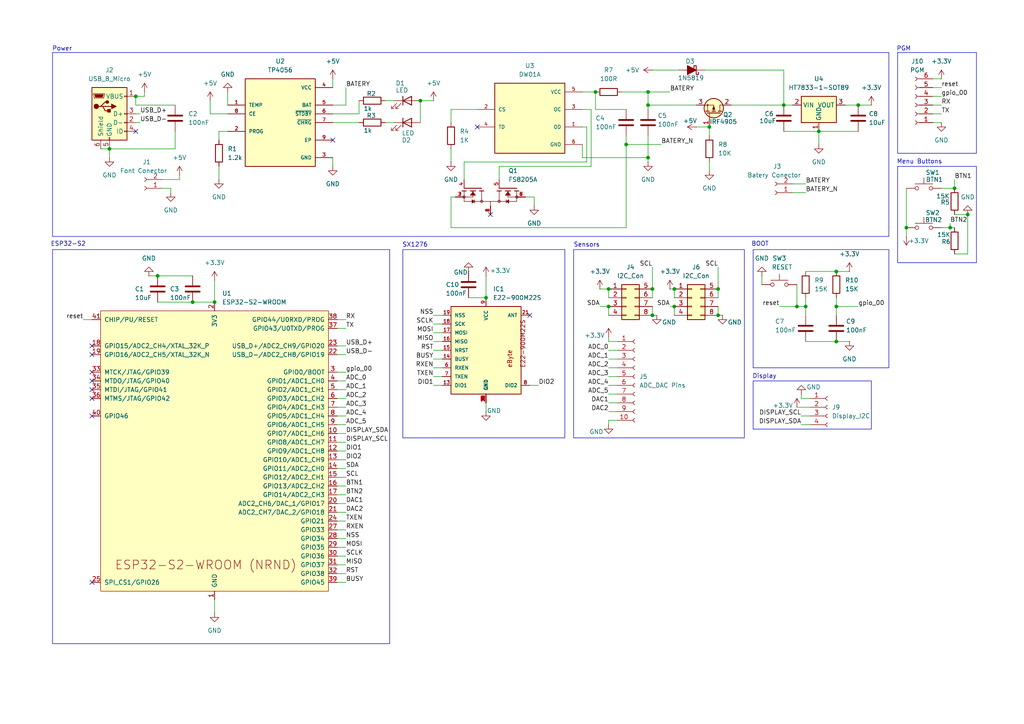
<source format=kicad_sch>
(kicad_sch (version 20231120) (generator "eeschema") (generator_version "8.0")
  (paper "A4")
  (title_block (title "Estação Metereologica LoRaWAN | Colubris") (date "2024-03-24") (rev "v1.0") (company "Julio Nunes Avelar | Embarcações"))
  (junction (at 176.53 83.82))
  (junction (at 187.96 30.48))
  (junction (at 187.96 45.72))
  (junction (at 189.23 91.44))
  (junction (at 208.28 91.44))
  (junction (at 121.92 29.21))
  (junction (at 208.28 83.82))
  (junction (at 62.23 87.63))
  (junction (at 31.75 43.18))
  (junction (at 55.88 87.63))
  (junction (at 187.96 26.67))
  (junction (at 275.59 66.04))
  (junction (at 227.33 30.48))
  (junction (at 195.58 83.82))
  (junction (at 140.97 86.36))
  (junction (at 280.67 62.23))
  (junction (at 189.23 83.82))
  (junction (at 45.72 80.01))
  (junction (at 242.57 88.9))
  (junction (at 181.61 41.91))
  (junction (at 233.68 88.9))
  (junction (at 176.53 88.9))
  (junction (at 237.49 38.1))
  (junction (at 242.57 99.06))
  (junction (at 276.86 54.61))
  (junction (at 172.72 26.67))
  (junction (at 39.37 27.94))
  (junction (at 242.57 78.74))
  (junction (at 248.92 30.48))
  (junction (at 195.58 88.9))
  (junction (at 262.89 66.04))
  (junction (at 205.74 36.83))
  (junction (at 231.14 88.9))
  (no_connect (at 138.43 36.83))
  (no_connect (at 153.67 91.44))
  (no_connect (at 26.67 107.95))
  (no_connect (at 96.52 40.64))
  (no_connect (at 142.24 62.23))
  (no_connect (at 39.37 38.1))
  (no_connect (at 26.67 115.57))
  (no_connect (at 26.67 102.87))
  (no_connect (at 26.67 120.65))
  (no_connect (at 26.67 110.49))
  (no_connect (at 26.67 113.03))
  (no_connect (at 26.67 100.33))
  (no_connect (at 26.67 168.91))
  (wire (pts (xy 140.97 116.84) (xy 140.97 119.38)))
  (wire (pts (xy 275.59 64.77) (xy 275.59 66.04)))
  (wire (pts (xy 242.57 86.36) (xy 242.57 88.9)))
  (wire (pts (xy 97.79 158.75) (xy 100.33 158.75)))
  (wire (pts (xy 135.89 86.36) (xy 140.97 86.36)))
  (wire (pts (xy 187.96 26.67) (xy 194.31 26.67)))
  (wire (pts (xy 170.18 46.99) (xy 134.62 46.99)))
  (wire (pts (xy 46.99 52.07) (xy 52.07 52.07)))
  (wire (pts (xy 39.37 33.02) (xy 40.64 33.02)))
  (wire (pts (xy 171.45 31.75) (xy 168.91 31.75)))
  (wire (pts (xy 201.93 30.48) (xy 187.96 30.48)))
  (wire (pts (xy 97.79 102.87) (xy 100.33 102.87)))
  (wire (pts (xy 97.79 163.83) (xy 100.33 163.83)))
  (wire (pts (xy 232.41 115.57) (xy 234.95 115.57)))
  (wire (pts (xy 227.33 30.48) (xy 229.87 30.48)))
  (wire (pts (xy 208.28 83.82) (xy 208.28 86.36)))
  (wire (pts (xy 97.79 166.37) (xy 100.33 166.37)))
  (wire (pts (xy 273.05 54.61) (xy 276.86 54.61)))
  (wire (pts (xy 97.79 140.97) (xy 100.33 140.97)))
  (wire (pts (xy 270.51 30.48) (xy 273.05 30.48)))
  (wire (pts (xy 50.8 38.1) (xy 50.8 43.18)))
  (wire (pts (xy 176.53 99.06) (xy 179.07 99.06)))
  (wire (pts (xy 97.79 156.21) (xy 100.33 156.21)))
  (wire (pts (xy 270.51 25.4) (xy 273.05 25.4)))
  (wire (pts (xy 245.11 30.48) (xy 248.92 30.48)))
  (wire (pts (xy 273.05 66.04) (xy 275.59 66.04)))
  (wire (pts (xy 125.73 109.22) (xy 128.27 109.22)))
  (wire (pts (xy 104.14 33.02) (xy 104.14 29.21)))
  (wire (pts (xy 262.89 66.04) (xy 262.89 68.58)))
  (wire (pts (xy 270.51 22.86) (xy 273.05 22.86)))
  (wire (pts (xy 96.52 35.56) (xy 104.14 35.56)))
  (wire (pts (xy 187.96 45.72) (xy 187.96 46.99)))
  (wire (pts (xy 97.79 120.65) (xy 100.33 120.65)))
  (wire (pts (xy 97.79 110.49) (xy 100.33 110.49)))
  (wire (pts (xy 97.79 153.67) (xy 100.33 153.67)))
  (wire (pts (xy 231.14 88.9) (xy 233.68 88.9)))
  (wire (pts (xy 232.41 114.3) (xy 232.41 115.57)))
  (wire (pts (xy 125.73 91.44) (xy 128.27 91.44)))
  (wire (pts (xy 97.79 125.73) (xy 100.33 125.73)))
  (wire (pts (xy 60.96 29.21) (xy 60.96 33.02)))
  (wire (pts (xy 97.79 151.13) (xy 100.33 151.13)))
  (wire (pts (xy 97.79 130.81) (xy 100.33 130.81)))
  (wire (pts (xy 232.41 123.19) (xy 234.95 123.19)))
  (wire (pts (xy 62.23 81.28) (xy 62.23 87.63)))
  (wire (pts (xy 49.53 54.61) (xy 49.53 55.88)))
  (wire (pts (xy 97.79 107.95) (xy 100.33 107.95)))
  (wire (pts (xy 168.91 26.67) (xy 172.72 26.67)))
  (wire (pts (xy 66.04 26.67) (xy 66.04 30.48)))
  (wire (pts (xy 97.79 148.59) (xy 100.33 148.59)))
  (wire (pts (xy 189.23 77.47) (xy 189.23 83.82)))
  (wire (pts (xy 242.57 88.9) (xy 242.57 91.44)))
  (wire (pts (xy 97.79 128.27) (xy 100.33 128.27)))
  (wire (pts (xy 176.53 116.84) (xy 179.07 116.84)))
  (wire (pts (xy 176.53 104.14) (xy 179.07 104.14)))
  (wire (pts (xy 171.45 48.26) (xy 171.45 31.75)))
  (wire (pts (xy 125.73 101.6) (xy 128.27 101.6)))
  (wire (pts (xy 248.92 88.9) (xy 242.57 88.9)))
  (wire (pts (xy 125.73 111.76) (xy 128.27 111.76)))
  (wire (pts (xy 176.53 88.9) (xy 176.53 91.44)))
  (wire (pts (xy 229.87 53.34) (xy 233.68 53.34)))
  (wire (pts (xy 176.53 114.3) (xy 179.07 114.3)))
  (wire (pts (xy 212.09 30.48) (xy 227.33 30.48)))
  (wire (pts (xy 125.73 96.52) (xy 128.27 96.52)))
  (wire (pts (xy 231.14 118.11) (xy 234.95 118.11)))
  (wire (pts (xy 233.68 99.06) (xy 242.57 99.06)))
  (wire (pts (xy 176.53 111.76) (xy 179.07 111.76)))
  (wire (pts (xy 134.62 46.99) (xy 134.62 52.07)))
  (wire (pts (xy 208.28 77.47) (xy 208.28 83.82)))
  (wire (pts (xy 125.73 106.68) (xy 128.27 106.68)))
  (wire (pts (xy 97.79 113.03) (xy 100.33 113.03)))
  (wire (pts (xy 96.52 22.86) (xy 96.52 25.4)))
  (wire (pts (xy 176.53 109.22) (xy 179.07 109.22)))
  (wire (pts (xy 97.79 146.05) (xy 100.33 146.05)))
  (wire (pts (xy 130.81 66.04) (xy 181.61 66.04)))
  (wire (pts (xy 181.61 39.37) (xy 181.61 41.91)))
  (wire (pts (xy 194.31 88.9) (xy 195.58 88.9)))
  (wire (pts (xy 97.79 118.11) (xy 100.33 118.11)))
  (wire (pts (xy 176.53 83.82) (xy 176.53 86.36)))
  (wire (pts (xy 130.81 57.15) (xy 130.81 66.04)))
  (wire (pts (xy 229.87 55.88) (xy 233.68 55.88)))
  (wire (pts (xy 176.53 101.6) (xy 179.07 101.6)))
  (wire (pts (xy 195.58 83.82) (xy 195.58 86.36)))
  (wire (pts (xy 46.99 54.61) (xy 49.53 54.61)))
  (wire (pts (xy 173.99 88.9) (xy 176.53 88.9)))
  (wire (pts (xy 153.67 111.76) (xy 156.21 111.76)))
  (wire (pts (xy 63.5 40.64) (xy 63.5 38.1)))
  (wire (pts (xy 62.23 173.99) (xy 62.23 177.8)))
  (wire (pts (xy 205.74 36.83) (xy 205.74 39.37)))
  (wire (pts (xy 125.73 93.98) (xy 128.27 93.98)))
  (wire (pts (xy 50.8 30.48) (xy 39.37 30.48)))
  (wire (pts (xy 45.72 87.63) (xy 55.88 87.63)))
  (wire (pts (xy 270.51 27.94) (xy 273.05 27.94)))
  (wire (pts (xy 43.18 80.01) (xy 45.72 80.01)))
  (wire (pts (xy 248.92 30.48) (xy 252.73 30.48)))
  (wire (pts (xy 227.33 20.32) (xy 227.33 30.48)))
  (wire (pts (xy 168.91 41.91) (xy 168.91 45.72)))
  (wire (pts (xy 31.75 43.18) (xy 31.75 45.72)))
  (wire (pts (xy 170.18 36.83) (xy 170.18 46.99)))
  (wire (pts (xy 97.79 168.91) (xy 100.33 168.91)))
  (wire (pts (xy 276.86 62.23) (xy 280.67 62.23)))
  (wire (pts (xy 181.61 41.91) (xy 181.61 66.04)))
  (wire (pts (xy 121.92 29.21) (xy 125.73 29.21)))
  (wire (pts (xy 194.31 83.82) (xy 195.58 83.82)))
  (wire (pts (xy 63.5 48.26) (xy 63.5 52.07)))
  (wire (pts (xy 176.53 119.38) (xy 179.07 119.38)))
  (wire (pts (xy 97.79 95.25) (xy 100.33 95.25)))
  (wire (pts (xy 176.53 106.68) (xy 179.07 106.68)))
  (wire (pts (xy 276.86 52.07) (xy 276.86 54.61)))
  (wire (pts (xy 242.57 99.06) (xy 246.38 99.06)))
  (wire (pts (xy 189.23 88.9) (xy 189.23 91.44)))
  (wire (pts (xy 97.79 123.19) (xy 100.33 123.19)))
  (wire (pts (xy 130.81 31.75) (xy 138.43 31.75)))
  (wire (pts (xy 187.96 26.67) (xy 180.34 26.67)))
  (wire (pts (xy 144.78 52.07) (xy 144.78 48.26)))
  (wire (pts (xy 24.13 92.71) (xy 26.67 92.71)))
  (wire (pts (xy 60.96 33.02) (xy 66.04 33.02)))
  (wire (pts (xy 63.5 38.1) (xy 66.04 38.1)))
  (wire (pts (xy 220.98 80.01) (xy 220.98 82.55)))
  (wire (pts (xy 132.08 57.15) (xy 130.81 57.15)))
  (wire (pts (xy 29.21 43.18) (xy 31.75 43.18)))
  (wire (pts (xy 205.74 46.99) (xy 205.74 49.53)))
  (wire (pts (xy 41.91 26.67) (xy 41.91 27.94)))
  (wire (pts (xy 97.79 115.57) (xy 100.33 115.57)))
  (wire (pts (xy 130.81 35.56) (xy 130.81 31.75)))
  (wire (pts (xy 204.47 20.32) (xy 227.33 20.32)))
  (wire (pts (xy 187.96 30.48) (xy 187.96 31.75)))
  (wire (pts (xy 262.89 54.61) (xy 262.89 66.04)))
  (wire (pts (xy 187.96 26.67) (xy 187.96 30.48)))
  (wire (pts (xy 231.14 82.55) (xy 231.14 88.9)))
  (wire (pts (xy 233.68 78.74) (xy 242.57 78.74)))
  (wire (pts (xy 280.67 73.66) (xy 280.67 62.23)))
  (wire (pts (xy 111.76 35.56) (xy 114.3 35.56)))
  (wire (pts (xy 140.97 80.01) (xy 140.97 86.36)))
  (wire (pts (xy 154.94 57.15) (xy 152.4 57.15)))
  (wire (pts (xy 195.58 88.9) (xy 195.58 91.44)))
  (wire (pts (xy 189.23 91.44) (xy 190.5 91.44)))
  (wire (pts (xy 144.78 48.26) (xy 171.45 48.26)))
  (wire (pts (xy 270.51 33.02) (xy 273.05 33.02)))
  (wire (pts (xy 168.91 45.72) (xy 187.96 45.72)))
  (wire (pts (xy 96.52 30.48) (xy 100.33 30.48)))
  (wire (pts (xy 97.79 138.43) (xy 100.33 138.43)))
  (wire (pts (xy 208.28 88.9) (xy 208.28 91.44)))
  (wire (pts (xy 39.37 30.48) (xy 39.37 27.94)))
  (wire (pts (xy 276.86 73.66) (xy 280.67 73.66)))
  (wire (pts (xy 97.79 161.29) (xy 100.33 161.29)))
  (wire (pts (xy 97.79 143.51) (xy 100.33 143.51)))
  (wire (pts (xy 208.28 91.44) (xy 209.55 91.44)))
  (wire (pts (xy 189.23 83.82) (xy 189.23 86.36)))
  (wire (pts (xy 191.77 41.91) (xy 181.61 41.91)))
  (wire (pts (xy 275.59 66.04) (xy 276.86 66.04)))
  (wire (pts (xy 97.79 135.89) (xy 100.33 135.89)))
  (wire (pts (xy 172.72 31.75) (xy 172.72 26.67)))
  (wire (pts (xy 270.51 35.56) (xy 273.05 35.56)))
  (wire (pts (xy 237.49 38.1) (xy 248.92 38.1)))
  (wire (pts (xy 176.53 123.19) (xy 176.53 121.92)))
  (wire (pts (xy 45.72 80.01) (xy 55.88 80.01)))
  (wire (pts (xy 176.53 97.79) (xy 176.53 99.06)))
  (wire (pts (xy 201.93 36.83) (xy 205.74 36.83)))
  (wire (pts (xy 52.07 52.07) (xy 52.07 50.8)))
  (wire (pts (xy 31.75 43.18) (xy 50.8 43.18)))
  (wire (pts (xy 96.52 33.02) (xy 104.14 33.02)))
  (wire (pts (xy 173.99 83.82) (xy 176.53 83.82)))
  (wire (pts (xy 237.49 38.1) (xy 237.49 41.91)))
  (wire (pts (xy 168.91 36.83) (xy 170.18 36.83)))
  (wire (pts (xy 100.33 30.48) (xy 100.33 25.4)))
  (wire (pts (xy 97.79 133.35) (xy 100.33 133.35)))
  (wire (pts (xy 125.73 104.14) (xy 128.27 104.14)))
  (wire (pts (xy 97.79 100.33) (xy 100.33 100.33)))
  (wire (pts (xy 242.57 78.74) (xy 246.38 78.74)))
  (wire (pts (xy 233.68 86.36) (xy 233.68 88.9)))
  (wire (pts (xy 226.06 88.9) (xy 231.14 88.9)))
  (wire (pts (xy 41.91 27.94) (xy 39.37 27.94)))
  (wire (pts (xy 39.37 35.56) (xy 40.64 35.56)))
  (wire (pts (xy 189.23 20.32) (xy 196.85 20.32)))
  (wire (pts (xy 111.76 29.21) (xy 114.3 29.21)))
  (wire (pts (xy 130.81 43.18) (xy 130.81 46.99)))
  (wire (pts (xy 176.53 121.92) (xy 179.07 121.92)))
  (wire (pts (xy 187.96 39.37) (xy 187.96 45.72)))
  (wire (pts (xy 55.88 87.63) (xy 62.23 87.63)))
  (wire (pts (xy 232.41 120.65) (xy 234.95 120.65)))
  (wire (pts (xy 154.94 59.69) (xy 154.94 57.15)))
  (wire (pts (xy 181.61 31.75) (xy 172.72 31.75)))
  (wire (pts (xy 233.68 88.9) (xy 233.68 91.44)))
  (wire (pts (xy 125.73 99.06) (xy 128.27 99.06)))
  (wire (pts (xy 96.52 45.72) (xy 96.52 48.26)))
  (wire (pts (xy 97.79 92.71) (xy 100.33 92.71)))
  (wire (pts (xy 121.92 29.21) (xy 121.92 35.56)))
  (wire (pts (xy 227.33 38.1) (xy 237.49 38.1)))
  (rectangle (start 260.35 48.26) (end 283.21 76.2))
  (rectangle (start 218.44 72.39) (end 257.81 106.68))
  (rectangle (start 166.37 72.39) (end 215.9 127))
  (rectangle (start 15.24 15.24) (end 257.81 68.58))
  (rectangle (start 218.44 110.49) (end 252.73 124.46))
  (rectangle (start 15.24 72.39) (end 113.03 186.69))
  (rectangle (start 116.84 72.39) (end 163.83 127))
  (rectangle (start 260.35 15.24) (end 283.21 44.45))
  (text "SX1276" (at 120.396 71.12 0) (effects (font (size 1.27 1.27))))
  (text "Menu Buttons" (at 266.7 46.99 0) (effects (font (size 1.27 1.27))))
  (text "ESP32-S2" (at 19.812 70.866 0) (effects (font (size 1.27 1.27))))
  (text "BOOT" (at 220.472 70.866 0) (effects (font (size 1.27 1.27))))
  (text "PGM" (at 262.128 14.224 0) (effects (font (size 1.27 1.27))))
  (text "Power" (at 18.034 14.224 0) (effects (font (size 1.27 1.27))))
  (text "Display\n" (at 221.742 109.22 0) (effects (font (size 1.27 1.27))))
  (text "Sensors" (at 170.18 71.12 0) (effects (font (size 1.27 1.27))))
  (label "reset" (at 226.06 88.9 180))
  (label "ADC_2" (at 176.53 106.68 180))
  (label "DAC2" (at 100.33 148.59 0))
  (label "RXEN" (at 100.33 153.67 0))
  (label "SCL" (at 208.28 77.47 180))
  (label "MOSI" (at 125.73 96.52 180))
  (label "ADC_5" (at 100.33 123.19 0))
  (label "TXEN" (at 100.33 151.13 0))
  (label "BATERY_N" (at 191.77 41.91 0))
  (label "reset" (at 24.13 92.71 180))
  (label "SCLK" (at 100.33 161.29 0))
  (label "BATERY" (at 194.31 26.67 0))
  (label "BATERY_N" (at 233.68 55.88 0))
  (label "ADC_2" (at 100.33 115.57 0))
  (label "DIO2" (at 156.21 111.76 0))
  (label "BTN1" (at 276.86 52.07 0))
  (label "BUSY" (at 125.73 104.14 180))
  (label "RX" (at 273.05 30.48 0))
  (label "reset" (at 273.05 25.4 0))
  (label "ADC_3" (at 100.33 118.11 0))
  (label "ADC_1" (at 100.33 113.03 0))
  (label "gpio_00" (at 273.05 27.94 0))
  (label "BATERY" (at 100.33 25.4 0))
  (label "DISPLAY_SDA" (at 232.41 123.19 180))
  (label "RXEN" (at 125.73 106.68 180))
  (label "ADC_3" (at 176.53 109.22 180))
  (label "gpio_00" (at 100.33 107.95 0))
  (label "NSS" (at 100.33 156.21 0))
  (label "USB_D-" (at 40.64 35.56 0))
  (label "USB_D+" (at 100.33 100.33 0))
  (label "BTN2" (at 275.59 64.77 0))
  (label "DIO1" (at 100.33 130.81 0))
  (label "ADC_4" (at 100.33 120.65 0))
  (label "BTN2" (at 100.33 143.51 0))
  (label "SDA" (at 194.31 88.9 180))
  (label "SDA" (at 100.33 135.89 0))
  (label "TXEN" (at 125.73 109.22 180))
  (label "ADC_0" (at 100.33 110.49 0))
  (label "ADC_1" (at 176.53 104.14 180))
  (label "DIO2" (at 100.33 133.35 0))
  (label "BATERY" (at 233.68 53.34 0))
  (label "TX" (at 273.05 33.02 0))
  (label "DAC1" (at 100.33 146.05 0))
  (label "ADC_4" (at 176.53 111.76 180))
  (label "USB_D-" (at 100.33 102.87 0))
  (label "DAC1" (at 176.53 116.84 180))
  (label "MISO" (at 125.73 99.06 180))
  (label "DISPLAY_SCL" (at 232.41 120.65 180))
  (label "TX" (at 100.33 95.25 0))
  (label "SCL" (at 189.23 77.47 180))
  (label "DAC2" (at 176.53 119.38 180))
  (label "ADC_5" (at 176.53 114.3 180))
  (label "gpio_00" (at 248.92 88.9 0))
  (label "SCL" (at 100.33 138.43 0))
  (label "SCLK" (at 125.73 93.98 180))
  (label "NSS" (at 125.73 91.44 180))
  (label "RST" (at 125.73 101.6 180))
  (label "USB_D+" (at 40.64 33.02 0))
  (label "BTN1" (at 100.33 140.97 0))
  (label "BUSY" (at 100.33 168.91 0))
  (label "RX" (at 100.33 92.71 0))
  (label "DISPLAY_SCL" (at 100.33 128.27 0))
  (label "RST" (at 100.33 166.37 0))
  (label "DISPLAY_SDA" (at 100.33 125.73 0))
  (label "DIO1" (at 125.73 111.76 180))
  (label "SDA" (at 173.99 88.9 180))
  (label "MISO" (at 100.33 163.83 0))
  (label "ADC_0" (at 176.53 101.6 180))
  (label "MOSI" (at 100.33 158.75 0))
  (symbol (lib_id "power:+3.3V") (at 194.31 83.82 0) (unit 1)
    (property "Reference" "#PWR024" (effects (hide yes)))
    (property "Value" "+3.3V" (at 194.31 78.74 0))
    (property "Description" "Power symbol creates a global label with name \"+3.3V\"" (effects (hide yes)))
  )
  (symbol (lib_id "Device:R") (at 130.81 39.37 0) (unit 1)
    (property "Reference" "R4" (at 133.35 38.0999 0) (effects (justify left)))
    (property "Value" "1K" (at 133.35 40.6399 0) (effects (justify left)))
    (property "Footprint" "PCM_Resistor_SMD_AKL:R_1206_3216Metric" (effects (hide yes)))
    (property "Description" "Resistor" (effects (hide yes)))
  )
  (symbol (lib_id "power:GND") (at 135.89 78.74 180) (unit 1)
    (property "Reference" "#PWR011" (effects (hide yes)))
    (property "Value" "GND" (at 133.604 78.994 0))
    (property "Description" "Power symbol creates a global label with name \"GND\" , ground" (effects (hide yes)))
  )
  (symbol (lib_id "power:+5V") (at 125.73 29.21 0) (unit 1)
    (property "Reference" "#PWR013" (effects (hide yes)))
    (property "Value" "+5V" (at 125.73 24.13 0))
    (property "Description" "Power symbol creates a global label with name \"+5V\"" (effects (hide yes)))
  )
  (symbol (lib_id "Device:C") (at 45.72 83.82 0) (unit 1)
    (property "Reference" "C1" (at 39.116 83.82 0) (effects (justify left)))
    (property "Value" "10uF" (at 39.116 86.36 0) (effects (justify left)))
    (property "Footprint" "Capacitor_SMD:C_1206_3216Metric" (effects (hide yes)))
    (property "Description" "Unpolarized capacitor" (effects (hide yes)))
  )
  (symbol (lib_id "Switch:SW_Push") (at 226.06 82.55 0) (unit 1)
    (property "Reference" "SW3" (at 226.06 74.93 0))
    (property "Value" "RESET" (at 226.822 77.47 0))
    (property "Footprint" "Button_Switch_SMD:SW_Tactile_SPST_NO_Straight_CK_PTS636Sx25SMTRLFS" (effects (hide yes)))
    (property "Description" "Push button switch, generic, two pins" (effects (hide yes)))
  )
  (symbol (lib_id "Device:R") (at 276.86 58.42 180) (unit 1)
    (property "Reference" "R5" (at 272.796 58.674 0) (effects (justify right)))
    (property "Value" "15K" (at 271.526 56.896 0) (effects (justify right)))
    (property "Footprint" "PCM_Resistor_SMD_AKL:R_1206_3216Metric" (effects (hide yes)))
    (property "Description" "Resistor" (effects (hide yes)))
  )
  (symbol (lib_id "Regulator_Linear:HT75xx-1-SOT89") (at 237.49 33.02 0) (unit 1)
    (property "Reference" "U4" (at 237.49 22.86 0))
    (property "Value" "HT7833-1-SOT89" (at 237.49 25.4 0))
    (property "Footprint" "Package_TO_SOT_SMD:SOT-89-3" (effects (hide yes)))
    (property "Datasheet" "https://www.holtek.com/documents/10179/116711/HT75xx-1v250.pdf" (effects (hide yes)))
    (property "Description" "100mA Low Dropout Voltage Regulator, Fixed Output, SOT89" (effects (hide yes)))
  )
  (symbol (lib_id "Connector:Conn_01x02_Socket") (at 41.91 54.61 180) (unit 1)
    (property "Reference" "J1" (at 42.545 46.99 0))
    (property "Value" "Font Conector" (at 41.656 49.53 0))
    (property "Footprint" "Connector_PinHeader_2.54mm:PinHeader_1x02_P2.54mm_Vertical" (effects (hide yes)))
    (property "Description" "Generic connector, single row, 01x02, script generated" (effects (hide yes)))
  )
  (symbol (lib_id "Device:R") (at 205.74 43.18 180) (unit 1)
    (property "Reference" "R8" (at 208.28 41.9099 0) (effects (justify right)))
    (property "Value" "10K" (at 208.28 44.4499 0) (effects (justify right)))
    (property "Footprint" "PCM_Resistor_SMD_AKL:R_1206_3216Metric" (effects (hide yes)))
    (property "Description" "Resistor" (effects (hide yes)))
  )
  (symbol (lib_id "Device:C") (at 135.89 82.55 0) (unit 1)
    (property "Reference" "C10" (at 129.286 82.55 0) (effects (justify left)))
    (property "Value" "100nF" (at 129.286 85.09 0) (effects (justify left)))
    (property "Footprint" "Capacitor_SMD:C_1206_3216Metric" (effects (hide yes)))
    (property "Description" "Unpolarized capacitor" (effects (hide yes)))
  )
  (symbol (lib_id "power:+5V") (at 41.91 26.67 0) (unit 1)
    (property "Reference" "#PWR04" (effects (hide yes)))
    (property "Value" "+5V" (at 41.91 21.59 0))
    (property "Description" "Power symbol creates a global label with name \"+5V\"" (effects (hide yes)))
  )
  (symbol (lib_id "power:GND") (at 62.23 177.8 0) (unit 1)
    (property "Reference" "#PWR08" (effects (hide yes)))
    (property "Value" "GND" (at 62.23 182.88 0))
    (property "Description" "Power symbol creates a global label with name \"GND\" , ground" (effects (hide yes)))
  )
  (symbol (lib_id "power:+5V") (at 52.07 50.8 0) (unit 1)
    (property "Reference" "#PWR03" (effects (hide yes)))
    (property "Value" "+5V" (at 52.07 45.72 0))
    (property "Description" "Power symbol creates a global label with name \"+5V\"" (effects (hide yes)))
  )
  (symbol (lib_id "Switch:SW_Push") (at 267.97 66.04 0) (unit 1)
    (property "Reference" "SW2" (at 270.51 61.722 0))
    (property "Value" "BTN2" (at 270.764 63.754 0))
    (property "Footprint" "Button_Switch_SMD:SW_Tactile_SPST_NO_Straight_CK_PTS636Sx25SMTRLFS" (effects (hide yes)))
    (property "Description" "Push button switch, generic, two pins" (effects (hide yes)))
  )
  (symbol (lib_id "power:GND") (at 176.53 123.19 0) (unit 1)
    (property "Reference" "#PWR042" (effects (hide yes)))
    (property "Value" "GND" (at 172.974 125.222 0))
    (property "Description" "Power symbol creates a global label with name \"GND\" , ground" (effects (hide yes)))
  )
  (symbol (lib_id "power:+3.3V") (at 252.73 30.48 0) (unit 1)
    (property "Reference" "#PWR043" (effects (hide yes)))
    (property "Value" "+3.3V" (at 252.73 25.4 0))
    (property "Description" "Power symbol creates a global label with name \"+3.3V\"" (effects (hide yes)))
  )
  (symbol (lib_id "power:+5V") (at 201.93 36.83 90) (unit 1)
    (property "Reference" "#PWR037" (effects (hide yes)))
    (property "Value" "+5V" (at 202.184 35.052 90) (effects (justify left)))
    (property "Description" "Power symbol creates a global label with name \"+5V\"" (effects (hide yes)))
  )
  (symbol (lib_id "power:GND") (at 273.05 35.56 0) (unit 1)
    (property "Reference" "#PWR047" (effects (hide yes)))
    (property "Value" "GND" (at 273.05 40.64 0))
    (property "Description" "Power symbol creates a global label with name \"GND\" , ground" (effects (hide yes)))
  )
  (symbol (lib_id "Device:C") (at 187.96 35.56 0) (unit 1)
    (property "Reference" "C5" (at 190.754 33.528 0) (effects (justify left)))
    (property "Value" "100nF" (at 190.754 36.068 0) (effects (justify left)))
    (property "Footprint" "Capacitor_SMD:C_1206_3216Metric" (effects (hide yes)))
    (property "Description" "Unpolarized capacitor" (effects (hide yes)))
  )
  (symbol (lib_id "FS8205A:FS8205A") (at 142.24 57.15 270) (unit 1)
    (property "Reference" "Q1" (at 147.4471 49.53 90) (effects (justify left)))
    (property "Value" "FS8205A" (at 147.4471 52.07 90) (effects (justify left)))
    (property "Footprint" "FS8205A:FS8205A" (effects (hide yes)))
    (property "MF" "Fortune Semiconductor" (effects (hide yes)))
    (property "MAXIMUM_PACKAGE_HEIGHT" "1.2mm" (effects (hide yes)))
    (property "Package" "Package" (effects (hide yes)))
    (property "Price" "None" (effects (hide yes)))
    (property "Check_prices" "https://www.snapeda.com/parts/FS8205A/Fortune+Semiconductor/view-part/?ref=eda" (effects (hide yes)))
    (property "STANDARD" "IPC 7351B" (effects (hide yes)))
    (property "PARTREV" "1.7" (effects (hide yes)))
    (property "SnapEDA_Link" "https://www.snapeda.com/parts/FS8205A/Fortune+Semiconductor/view-part/?ref=snap" (effects (hide yes)))
    (property "MP" "FS8205A" (effects (hide yes)))
    (property "Description_1" "\n" (effects (hide yes)))
    (property "Availability" "Not in stock" (effects (hide yes)))
    (property "MANUFACTURER" "Fortune Semiconductor" (effects (hide yes)))
  )
  (symbol (lib_id "power:+3.3V") (at 62.23 81.28 0) (unit 1)
    (property "Reference" "#PWR07" (effects (hide yes)))
    (property "Value" "+3.3V" (at 62.23 76.2 0))
    (property "Description" "Power symbol creates a global label with name \"+3.3V\"" (effects (hide yes)))
  )
  (symbol (lib_id "Device:C") (at 227.33 34.29 0) (unit 1)
    (property "Reference" "C6" (at 221.742 33.02 0) (effects (justify left)))
    (property "Value" "10uF" (at 220.218 35.052 0) (effects (justify left)))
    (property "Footprint" "Capacitor_SMD:C_1206_3216Metric" (effects (hide yes)))
    (property "Description" "Unpolarized capacitor" (effects (hide yes)))
  )
  (symbol (lib_id "Device:C") (at 233.68 95.25 0) (unit 1)
    (property "Reference" "C7" (at 224.79 93.218 0) (effects (justify left)))
    (property "Value" "100nF" (at 224.79 95.758 0) (effects (justify left)))
    (property "Footprint" "Capacitor_SMD:C_1206_3216Metric" (effects (hide yes)))
    (property "Description" "Unpolarized capacitor" (effects (hide yes)))
  )
  (symbol (lib_id "power:GND") (at 130.81 46.99 0) (unit 1)
    (property "Reference" "#PWR014" (effects (hide yes)))
    (property "Value" "GND" (at 130.81 52.07 0))
    (property "Description" "Power symbol creates a global label with name \"GND\" , ground" (effects (hide yes)))
  )
  (symbol (lib_id "power:GND") (at 154.94 59.69 0) (unit 1)
    (property "Reference" "#PWR022" (effects (hide yes)))
    (property "Value" "GND" (at 154.94 64.77 0))
    (property "Description" "Power symbol creates a global label with name \"GND\" , ground" (effects (hide yes)))
  )
  (symbol (lib_id "power:GND") (at 280.67 62.23 180) (unit 1)
    (property "Reference" "#PWR029" (effects (hide yes)))
    (property "Value" "GND" (at 280.67 57.15 0))
    (property "Description" "Power symbol creates a global label with name \"GND\" , ground" (effects (hide yes)))
  )
  (symbol (lib_id "Connector:Conn_01x04_Socket") (at 240.03 118.11 0) (unit 1)
    (property "Reference" "J9" (at 241.3 118.1099 0) (effects (justify left)))
    (property "Value" "Display_I2C" (at 241.3 120.6499 0) (effects (justify left)))
    (property "Footprint" "Connector_PinHeader_2.54mm:PinHeader_1x04_P2.54mm_Vertical" (effects (hide yes)))
    (property "Description" "Generic connector, single row, 01x04, script generated" (effects (hide yes)))
  )
  (symbol (lib_id "power:GND") (at 232.41 114.3 180) (unit 1)
    (property "Reference" "#PWR034" (effects (hide yes)))
    (property "Value" "GND" (at 235.966 112.268 0))
    (property "Description" "Power symbol creates a global label with name \"GND\" , ground" (effects (hide yes)))
  )
  (symbol (lib_id "PCM_Diode_Schottky_AKL:1N5819") (at 200.66 20.32 0) (unit 1)
    (property "Reference" "D3" (at 200.152 17.78 0))
    (property "Value" "1N5819" (at 200.406 22.606 0))
    (property "Footprint" "Diode_SMD:D_SOD-123" (effects (hide yes)))
    (property "Datasheet" "https://www.tme.eu/Document/1dcb17797cd83f32e896ece3030f14cc/1n5817-19.pdf" (effects (hide yes)))
    (property "Description" "DO-41 Schottky diode, 40V, 1A, Alternate KiCAD Library" (effects (hide yes)))
  )
  (symbol (lib_id "power:GND") (at 43.18 80.01 180) (unit 1)
    (property "Reference" "#PWR05" (effects (hide yes)))
    (property "Value" "GND" (at 43.18 74.93 0))
    (property "Description" "Power symbol creates a global label with name \"GND\" , ground" (effects (hide yes)))
  )
  (symbol (lib_id "power:+3.3V") (at 273.05 22.86 0) (unit 1)
    (property "Reference" "#PWR046" (effects (hide yes)))
    (property "Value" "+3.3V" (at 273.05 17.78 0))
    (property "Description" "Power symbol creates a global label with name \"+3.3V\"" (effects (hide yes)))
  )
  (symbol (lib_id "power:GND") (at 63.5 52.07 0) (unit 1)
    (property "Reference" "#PWR09" (effects (hide yes)))
    (property "Value" "GND" (at 63.5 57.15 0))
    (property "Description" "Power symbol creates a global label with name \"GND\" , ground" (effects (hide yes)))
  )
  (symbol (lib_id "Device:LED") (at 118.11 29.21 0) (unit 1)
    (property "Reference" "D1" (at 116.078 24.13 0))
    (property "Value" "LED" (at 116.586 26.162 0))
    (property "Footprint" "LED_SMD:LED_1206_3216Metric" (effects (hide yes)))
    (property "Description" "Light emitting diode" (effects (hide yes)))
  )
  (symbol (lib_id "Device:R") (at 107.95 29.21 90) (unit 1)
    (property "Reference" "R2" (at 107.696 27.178 90))
    (property "Value" "1k" (at 106.68 31.496 90))
    (property "Footprint" "PCM_Resistor_SMD_AKL:R_1206_3216Metric" (effects (hide yes)))
    (property "Description" "Resistor" (effects (hide yes)))
  )
  (symbol (lib_id "Device:LED") (at 118.11 35.56 0) (unit 1)
    (property "Reference" "D2" (at 117.856 40.64 0))
    (property "Value" "LED" (at 118.364 38.608 0))
    (property "Footprint" "LED_SMD:LED_1206_3216Metric" (effects (hide yes)))
    (property "Description" "Light emitting diode" (effects (hide yes)))
  )
  (symbol (lib_id "power:GND") (at 31.75 45.72 0) (unit 1)
    (property "Reference" "#PWR02" (effects (hide yes)))
    (property "Value" "GND" (at 31.75 50.8 0))
    (property "Description" "Power symbol creates a global label with name \"GND\" , ground" (effects (hide yes)))
  )
  (symbol (lib_id "Device:R") (at 176.53 26.67 90) (unit 1)
    (property "Reference" "R7" (at 176.53 20.32 90))
    (property "Value" "100R" (at 176.53 22.86 90))
    (property "Footprint" "PCM_Resistor_SMD_AKL:R_1206_3216Metric" (effects (hide yes)))
    (property "Description" "Resistor" (effects (hide yes)))
  )
  (symbol (lib_id "Device:C") (at 248.92 34.29 0) (unit 1)
    (property "Reference" "C8" (at 251.968 33.02 0) (effects (justify left)))
    (property "Value" "10uF" (at 251.968 35.56 0) (effects (justify left)))
    (property "Footprint" "Capacitor_SMD:C_1206_3216Metric" (effects (hide yes)))
    (property "Description" "Unpolarized capacitor" (effects (hide yes)))
  )
  (symbol (lib_id "power:GND") (at 96.52 48.26 0) (unit 1)
    (property "Reference" "#PWR012" (effects (hide yes)))
    (property "Value" "GND" (at 96.52 53.34 0))
    (property "Description" "Power symbol creates a global label with name \"GND\" , ground" (effects (hide yes)))
  )
  (symbol (lib_id "TP4056:TP4056") (at 81.28 35.56 0) (unit 1)
    (property "Reference" "U2" (at 81.28 17.78 0))
    (property "Value" "TP4056" (at 81.28 20.32 0))
    (property "Footprint" "TP4056:SOP127P600X175-9N" (effects (hide yes)))
    (property "MF" "NanJing Top Power ASIC Corp." (effects (hide yes)))
    (property "MAXIMUM_PACKAGE_HEIGHT" "1.75mm" (effects (hide yes)))
    (property "Package" "Package" (effects (hide yes)))
    (property "Price" "None" (effects (hide yes)))
    (property "Check_prices" "https://www.snapeda.com/parts/TP4056/NanJing+Top+Power+ASIC+Corp./view-part/?ref=eda" (effects (hide yes)))
    (property "STANDARD" "IPC 7351B" (effects (hide yes)))
    (property "SnapEDA_Link" "https://www.snapeda.com/parts/TP4056/NanJing+Top+Power+ASIC+Corp./view-part/?ref=snap" (effects (hide yes)))
    (property "MP" "TP4056" (effects (hide yes)))
    (property "Description_1" "\nComplete single cell Li-Ion battery with a constant current / constant voltage linear charger\n" (effects (hide yes)))
    (property "Availability" "Not in stock" (effects (hide yes)))
    (property "MANUFACTURER" "NanJing Top Power ASIC Corp." (effects (hide yes)))
  )
  (symbol (lib_id "Connector:Conn_01x06_Socket") (at 265.43 30.48 180) (unit 1)
    (property "Reference" "J10" (at 266.065 17.78 0))
    (property "Value" "PGM" (at 266.065 20.32 0))
    (property "Footprint" "Connector_PinHeader_2.54mm:PinHeader_1x06_P2.54mm_Vertical" (effects (hide yes)))
    (property "Description" "Generic connector, single row, 01x06, script generated" (effects (hide yes)))
  )
  (symbol (lib_id "Device:C") (at 50.8 34.29 0) (unit 1)
    (property "Reference" "C2" (at 54.61 33.0199 0) (effects (justify left)))
    (property "Value" "100nF" (at 54.61 35.5599 0) (effects (justify left)))
    (property "Footprint" "Capacitor_SMD:C_1206_3216Metric" (effects (hide yes)))
    (property "Description" "Unpolarized capacitor" (effects (hide yes)))
  )
  (symbol (lib_id "power:+3.3V") (at 246.38 78.74 0) (unit 1)
    (property "Reference" "#PWR044" (effects (hide yes)))
    (property "Value" "+3.3V" (at 246.38 73.66 0))
    (property "Description" "Power symbol creates a global label with name \"+3.3V\"" (effects (hide yes)))
  )
  (symbol (lib_id "Connector_Generic:Conn_02x04_Top_Bottom") (at 200.66 86.36 0) (unit 1)
    (property "Reference" "J6" (at 201.93 77.47 0))
    (property "Value" "I2C_Con" (at 201.93 80.01 0))
    (property "Footprint" "Connector_PinHeader_2.54mm:PinHeader_2x04_P2.54mm_Vertical" (effects (hide yes)))
    (property "Description" "Generic connector, double row, 02x04, top/bottom pin numbering scheme (row 1: 1...pins_per_row, row2: pins_per_row+1 ... num_pins), script generated (kicad-library-utils/schlib/autogen/connector/)" (effects (hide yes)))
  )
  (symbol (lib_id "Switch:SW_Push") (at 267.97 54.61 0) (unit 1)
    (property "Reference" "SW1" (at 270.51 50.038 0))
    (property "Value" "BTN1" (at 271.018 52.07 0))
    (property "Footprint" "Button_Switch_SMD:SW_Tactile_SPST_NO_Straight_CK_PTS636Sx25SMTRLFS" (effects (hide yes)))
    (property "Description" "Push button switch, generic, two pins" (effects (hide yes)))
  )
  (symbol (lib_id "Device:R") (at 63.5 44.45 0) (unit 1)
    (property "Reference" "R1" (at 66.04 43.1799 0) (effects (justify left)))
    (property "Value" "1.2k" (at 66.04 45.7199 0) (effects (justify left)))
    (property "Footprint" "PCM_Resistor_SMD_AKL:R_1206_3216Metric" (effects (hide yes)))
    (property "Description" "Resistor" (effects (hide yes)))
  )
  (symbol (lib_id "E22-900M22S:E22-900M22S") (at 140.97 101.6 0) (unit 1)
    (property "Reference" "IC1" (at 142.9894 83.82 0) (effects (justify left)))
    (property "Value" "E22-900M22S" (at 142.9894 86.36 0) (effects (justify left)))
    (property "Footprint" "E22-900M22S:E22-900M22S" (effects (hide yes)))
    (property "MF" "EBYTE" (effects (hide yes)))
    (property "Description_1" "\nSX1262 868/915MHz SPI SMD LoRa Module\n" (effects (hide yes)))
    (property "Package" "Package" (effects (hide yes)))
    (property "Price" "None" (effects (hide yes)))
    (property "SnapEDA_Link" "https://www.snapeda.com/parts/E22-900M22S/EBYTE/view-part/?ref=snap" (effects (hide yes)))
    (property "MP" "E22-900M22S" (effects (hide yes)))
    (property "Availability" "Not in stock" (effects (hide yes)))
    (property "Check_prices" "https://www.snapeda.com/parts/E22-900M22S/EBYTE/view-part/?ref=eda" (effects (hide yes)))
  )
  (symbol (lib_id "power:+5V") (at 60.96 29.21 0) (unit 1)
    (property "Reference" "#PWR035" (effects (hide yes)))
    (property "Value" "+5V" (at 60.96 24.13 0))
    (property "Description" "Power symbol creates a global label with name \"+5V\"" (effects (hide yes)))
  )
  (symbol (lib_id "Device:R") (at 242.57 82.55 180) (unit 1)
    (property "Reference" "R10" (at 245.11 81.2799 0) (effects (justify right)))
    (property "Value" "15K" (at 245.11 83.8199 0) (effects (justify right)))
    (property "Footprint" "PCM_Resistor_SMD_AKL:R_1206_3216Metric" (effects (hide yes)))
    (property "Description" "Resistor" (effects (hide yes)))
  )
  (symbol (lib_id "power:GND") (at 237.49 41.91 0) (unit 1)
    (property "Reference" "#PWR040" (effects (hide yes)))
    (property "Value" "GND" (at 237.49 46.99 0))
    (property "Description" "Power symbol creates a global label with name \"GND\" , ground" (effects (hide yes)))
  )
  (symbol (lib_id "power:+3.3V") (at 176.53 97.79 0) (unit 1)
    (property "Reference" "#PWR018" (effects (hide yes)))
    (property "Value" "+3.3V" (at 172.466 97.282 0))
    (property "Description" "Power symbol creates a global label with name \"+3.3V\"" (effects (hide yes)))
  )
  (symbol (lib_id "power:+3.3V") (at 140.97 80.01 0) (unit 1)
    (property "Reference" "#PWR06" (effects (hide yes)))
    (property "Value" "+3.3V" (at 145.034 78.486 0))
    (property "Description" "Power symbol creates a global label with name \"+3.3V\"" (effects (hide yes)))
  )
  (symbol (lib_id "Connector:Conn_01x10_Socket") (at 184.15 109.22 0) (unit 1)
    (property "Reference" "J5" (at 185.42 109.2199 0) (effects (justify left)))
    (property "Value" "ADC_DAC Pins" (at 185.42 111.7599 0) (effects (justify left)))
    (property "Footprint" "Connector_PinSocket_2.54mm:PinSocket_1x10_P2.54mm_Vertical" (effects (hide yes)))
    (property "Description" "Generic connector, single row, 01x10, script generated" (effects (hide yes)))
  )
  (symbol (lib_id "Device:R") (at 276.86 69.85 180) (unit 1)
    (property "Reference" "R6" (at 273.05 70.104 0) (effects (justify right)))
    (property "Value" "15K" (at 271.78 68.072 0) (effects (justify right)))
    (property "Footprint" "PCM_Resistor_SMD_AKL:R_1206_3216Metric" (effects (hide yes)))
    (property "Description" "Resistor" (effects (hide yes)))
  )
  (symbol (lib_id "power:+3.3V") (at 173.99 83.82 0) (unit 1)
    (property "Reference" "#PWR015" (effects (hide yes)))
    (property "Value" "+3.3V" (at 173.99 78.74 0))
    (property "Description" "Power symbol creates a global label with name \"+3.3V\"" (effects (hide yes)))
  )
  (symbol (lib_id "power:+5V") (at 96.52 22.86 0) (unit 1)
    (property "Reference" "#PWR017" (effects (hide yes)))
    (property "Value" "+5V" (at 96.52 17.78 0))
    (property "Description" "Power symbol creates a global label with name \"+5V\"" (effects (hide yes)))
  )
  (symbol (lib_id "power:+3.3V") (at 262.89 68.58 180) (unit 1)
    (property "Reference" "#PWR016" (effects (hide yes)))
    (property "Value" "+3.3V" (at 266.446 69.85 0))
    (property "Description" "Power symbol creates a global label with name \"+3.3V\"" (effects (hide yes)))
  )
  (symbol (lib_id "PCM_Transistor_MOSFET_AKL:IRF4905") (at 207.01 33.02 90) (unit 1)
    (property "Reference" "Q2" (at 211.074 33.274 90))
    (property "Value" "IRF4905" (at 209.804 35.306 90))
    (property "Footprint" "Package_TO_SOT_THT:TO-220-3_Vertical" (effects (hide yes)))
    (property "Datasheet" "https://www.tme.eu/Document/6b5423f4bc207bf599b8e5a57c2f701a/irf4905.pdf" (effects (hide yes)))
    (property "Description" "TO-220 P-MOSFET enchancement mode transistor, 55V, 74A, 200W, Alternate KiCAD Library" (effects (hide yes)))
  )
  (symbol (lib_id "power:GND") (at 190.5 91.44 0) (unit 1)
    (property "Reference" "#PWR023" (effects (hide yes)))
    (property "Value" "GND" (at 194.056 93.472 0))
    (property "Description" "Power symbol creates a global label with name \"GND\" , ground" (effects (hide yes)))
  )
  (symbol (lib_id "power:GND") (at 140.97 119.38 0) (unit 1)
    (property "Reference" "#PWR036" (effects (hide yes)))
    (property "Value" "GND" (at 143.256 119.126 0))
    (property "Description" "Power symbol creates a global label with name \"GND\" , ground" (effects (hide yes)))
  )
  (symbol (lib_id "power:GND") (at 49.53 55.88 0) (unit 1)
    (property "Reference" "#PWR01" (effects (hide yes)))
    (property "Value" "GND" (at 49.53 60.96 0))
    (property "Description" "Power symbol creates a global label with name \"GND\" , ground" (effects (hide yes)))
  )
  (symbol (lib_id "power:GND") (at 246.38 99.06 0) (unit 1)
    (property "Reference" "#PWR045" (effects (hide yes)))
    (property "Value" "GND" (at 246.38 104.14 0))
    (property "Description" "Power symbol creates a global label with name \"GND\" , ground" (effects (hide yes)))
  )
  (symbol (lib_id "Device:C") (at 242.57 95.25 0) (unit 1)
    (property "Reference" "C9" (at 245.364 93.218 0) (effects (justify left)))
    (property "Value" "100nF" (at 245.364 95.758 0) (effects (justify left)))
    (property "Footprint" "Capacitor_SMD:C_1206_3216Metric" (effects (hide yes)))
    (property "Description" "Unpolarized capacitor" (effects (hide yes)))
  )
  (symbol (lib_id "power:+3.3V") (at 231.14 118.11 0) (unit 1)
    (property "Reference" "#PWR033" (effects (hide yes)))
    (property "Value" "+3.3V" (at 227.076 117.602 0))
    (property "Description" "Power symbol creates a global label with name \"+3.3V\"" (effects (hide yes)))
  )
  (symbol (lib_id "DW01A:DW01A") (at 153.67 34.29 0) (unit 1)
    (property "Reference" "U3" (at 153.67 19.05 0))
    (property "Value" "DW01A" (at 153.67 21.59 0))
    (property "Footprint" "DW01A:DW01A" (effects (hide yes)))
    (property "MF" "Fortune Semiconductor" (effects (hide yes)))
    (property "SNAPEDA_PACKAGE_ID" "103849" (effects (hide yes)))
    (property "Package" "SOT-23-6 Fortune Semiconductor" (effects (hide yes)))
    (property "Price" "None" (effects (hide yes)))
    (property "Check_prices" "https://www.snapeda.com/parts/DW01A/Fortune+Semiconductor/view-part/?ref=eda" (effects (hide yes)))
    (property "STANDARD" "IPC 7351B" (effects (hide yes)))
    (property "PARTREV" "1.8" (effects (hide yes)))
    (property "SnapEDA_Link" "https://www.snapeda.com/parts/DW01A/Fortune+Semiconductor/view-part/?ref=snap" (effects (hide yes)))
    (property "MP" "DW01A" (effects (hide yes)))
    (property "Description_1" "\nOne Cell Lithium-ion/Polymer Battery Protection IC\n" (effects (hide yes)))
    (property "MANUFACTURER" "Fortune Semiconductor" (effects (hide yes)))
    (property "Availability" "Not in stock" (effects (hide yes)))
    (property "MAXIMUM_PACKAGE_HEIGHT" "1.45mm" (effects (hide yes)))
  )
  (symbol (lib_id "Device:R") (at 233.68 82.55 180) (unit 1)
    (property "Reference" "R9" (at 236.22 81.2799 0) (effects (justify right)))
    (property "Value" "15K" (at 236.22 83.8199 0) (effects (justify right)))
    (property "Footprint" "PCM_Resistor_SMD_AKL:R_1206_3216Metric" (effects (hide yes)))
    (property "Description" "Resistor" (effects (hide yes)))
  )
  (symbol (lib_id "power:GND") (at 187.96 46.99 0) (unit 1)
    (property "Reference" "#PWR031" (effects (hide yes)))
    (property "Value" "GND" (at 187.96 52.07 0))
    (property "Description" "Power symbol creates a global label with name \"GND\" , ground" (effects (hide yes)))
  )
  (symbol (lib_id "power:GND") (at 209.55 91.44 0) (unit 1)
    (property "Reference" "#PWR030" (effects (hide yes)))
    (property "Value" "GND" (at 213.106 93.472 0))
    (property "Description" "Power symbol creates a global label with name \"GND\" , ground" (effects (hide yes)))
  )
  (symbol (lib_id "power:GND") (at 66.04 26.67 180) (unit 1)
    (property "Reference" "#PWR010" (effects (hide yes)))
    (property "Value" "GND" (at 66.04 21.59 0))
    (property "Description" "Power symbol creates a global label with name \"GND\" , ground" (effects (hide yes)))
  )
  (symbol (lib_id "Device:R") (at 107.95 35.56 90) (unit 1)
    (property "Reference" "R3" (at 107.696 33.528 90))
    (property "Value" "1k" (at 106.68 37.846 90))
    (property "Footprint" "PCM_Resistor_SMD_AKL:R_1206_3216Metric" (effects (hide yes)))
    (property "Description" "Resistor" (effects (hide yes)))
  )
  (symbol (lib_id "power:+5V") (at 189.23 20.32 90) (unit 1)
    (property "Reference" "#PWR032" (effects (hide yes)))
    (property "Value" "+5V" (at 185.42 20.3199 90) (effects (justify left)))
    (property "Description" "Power symbol creates a global label with name \"+5V\"" (effects (hide yes)))
  )
  (symbol (lib_id "Connector:USB_B_Micro") (at 31.75 33.02 0) (unit 1)
    (property "Reference" "J2" (at 31.75 20.32 0))
    (property "Value" "USB_B_Micro" (at 31.75 22.86 0))
    (property "Footprint" "Connector_USB:USB_Micro-B_GCT_USB3076-30-A" (effects (hide yes)))
    (property "Description" "USB Micro Type B connector" (effects (hide yes)))
  )
  (symbol (lib_id "power:GND") (at 220.98 80.01 180) (unit 1)
    (property "Reference" "#PWR039" (effects (hide yes)))
    (property "Value" "GND" (at 220.98 74.93 0))
    (property "Description" "Power symbol creates a global label with name \"GND\" , ground" (effects (hide yes)))
  )
  (symbol (lib_id "Connector_Generic:Conn_02x04_Top_Bottom") (at 181.61 86.36 0) (unit 1)
    (property "Reference" "J4" (at 182.88 77.47 0))
    (property "Value" "I2C_Con" (at 182.88 80.01 0))
    (property "Footprint" "Connector_PinHeader_2.54mm:PinHeader_2x04_P2.54mm_Vertical" (effects (hide yes)))
    (property "Description" "Generic connector, double row, 02x04, top/bottom pin numbering scheme (row 1: 1...pins_per_row, row2: pins_per_row+1 ... num_pins), script generated (kicad-library-utils/schlib/autogen/connector/)" (effects (hide yes)))
  )
  (symbol (lib_id "power:GND") (at 205.74 49.53 0) (unit 1)
    (property "Reference" "#PWR038" (effects (hide yes)))
    (property "Value" "GND" (at 205.74 54.61 0))
    (property "Description" "Power symbol creates a global label with name \"GND\" , ground" (effects (hide yes)))
  )
  (symbol (lib_id "Connector:Conn_01x02_Socket") (at 224.79 55.88 180) (unit 1)
    (property "Reference" "J3" (at 225.425 48.26 0))
    (property "Value" "Batery Conector" (at 224.536 50.8 0))
    (property "Footprint" "Connector_PinHeader_2.54mm:PinHeader_1x02_P2.54mm_Vertical" (effects (hide yes)))
    (property "Description" "Generic connector, single row, 01x02, script generated" (effects (hide yes)))
  )
  (symbol (lib_id "Device:C") (at 55.88 83.82 0) (unit 1)
    (property "Reference" "C3" (at 49.276 83.82 0) (effects (justify left)))
    (property "Value" "100nF" (at 49.276 86.36 0) (effects (justify left)))
    (property "Footprint" "Capacitor_SMD:C_1206_3216Metric" (effects (hide yes)))
    (property "Description" "Unpolarized capacitor" (effects (hide yes)))
  )
  (symbol (lib_id "Device:C") (at 181.61 35.56 0) (unit 1)
    (property "Reference" "C4" (at 172.72 34.29 0) (effects (justify left)))
    (property "Value" "100nF" (at 172.72 36.83 0) (effects (justify left)))
    (property "Footprint" "Capacitor_SMD:C_1206_3216Metric" (effects (hide yes)))
    (property "Description" "Unpolarized capacitor" (effects (hide yes)))
  )
  (symbol (lib_id "PCM_Espressif:ESP32-S2-WROOM") (at 62.23 130.81 0) (unit 1)
    (property "Reference" "U1" (at 64.4241 85.09 0) (effects (justify left)))
    (property "Value" "ESP32-S2-WROOM" (at 64.4241 87.63 0) (effects (justify left)))
    (property "Footprint" "PCM_Espressif:ESP32-S2-WROOM" (effects (hide yes)))
    (property "Datasheet" "https://www.espressif.com/sites/default/files/documentation/esp32-s2-wroom_esp32-s2-wroom-i_datasheet_en.pdf" (effects (hide yes)))
    (property "Description" "NRND" (effects (hide yes)))
  )
)
</source>
